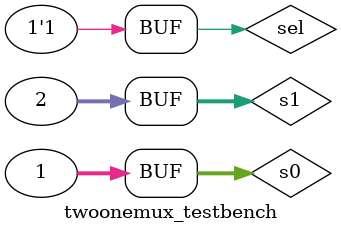
<source format=v>
`timescale 1ns/100ps

`define CLK_PERIOD 8
`define DATA_WIDTH 32
`define FIFO_DEPTH 8

module twoonemux_testbench();
    reg sel = 0;
    reg [31:0] s0 = 0;
    reg [31:0] s1 = 0;
    wire [31:0] out;

    twotoonemux DUT(.sel(sel),
                .s0(s0),
                .s1(s1),
                .out(out));

    initial begin
        sel = 0;
        s0 = 1;
        #1;
        if (out != 1) begin
            $display("select 0 failed");
        end

        sel = 1;
        s1 = 2;
        #1;
        if (out != 2) begin
            $display("select 1 failed");
        end
    end

endmodule

</source>
